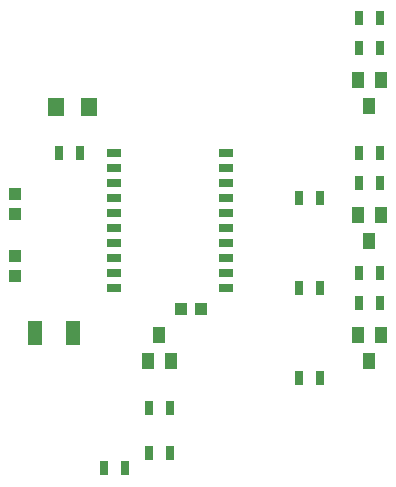
<source format=gtp>
G75*
G70*
%OFA0B0*%
%FSLAX24Y24*%
%IPPOS*%
%LPD*%
%AMOC8*
5,1,8,0,0,1.08239X$1,22.5*
%
%ADD10R,0.0394X0.0433*%
%ADD11R,0.0433X0.0394*%
%ADD12R,0.0472X0.0787*%
%ADD13R,0.0551X0.0630*%
%ADD14R,0.0394X0.0551*%
%ADD15R,0.0315X0.0472*%
%ADD16R,0.0450X0.0300*%
D10*
X003885Y011601D03*
X003885Y012270D03*
X003885Y013651D03*
X003885Y014320D03*
D11*
X009401Y010485D03*
X010070Y010485D03*
D12*
X005815Y009685D03*
X004555Y009685D03*
D13*
X005234Y017235D03*
X006337Y017235D03*
D14*
X015311Y018118D03*
X016059Y018118D03*
X015685Y017252D03*
X015311Y013618D03*
X016059Y013618D03*
X015685Y012752D03*
X015311Y009618D03*
X016059Y009618D03*
X015685Y008752D03*
X009059Y008752D03*
X008311Y008752D03*
X008685Y009618D03*
D15*
X006831Y005185D03*
X007540Y005185D03*
X008331Y005685D03*
X009040Y005685D03*
X009040Y007185D03*
X008331Y007185D03*
X013331Y008185D03*
X014040Y008185D03*
X015331Y010685D03*
X016040Y010685D03*
X016040Y011685D03*
X015331Y011685D03*
X014040Y011185D03*
X013331Y011185D03*
X013331Y014185D03*
X014040Y014185D03*
X015331Y014685D03*
X016040Y014685D03*
X016040Y015685D03*
X015331Y015685D03*
X015331Y019185D03*
X016040Y019185D03*
X016040Y020185D03*
X015331Y020185D03*
X006040Y015685D03*
X005331Y015685D03*
D16*
X007165Y015685D03*
X007165Y015185D03*
X007165Y014685D03*
X007165Y014185D03*
X007165Y013685D03*
X007165Y013185D03*
X007165Y012685D03*
X007165Y012185D03*
X007165Y011685D03*
X007165Y011185D03*
X010905Y011185D03*
X010915Y011685D03*
X010915Y012185D03*
X010915Y012685D03*
X010915Y013185D03*
X010915Y013685D03*
X010915Y014185D03*
X010915Y014685D03*
X010915Y015185D03*
X010915Y015685D03*
M02*

</source>
